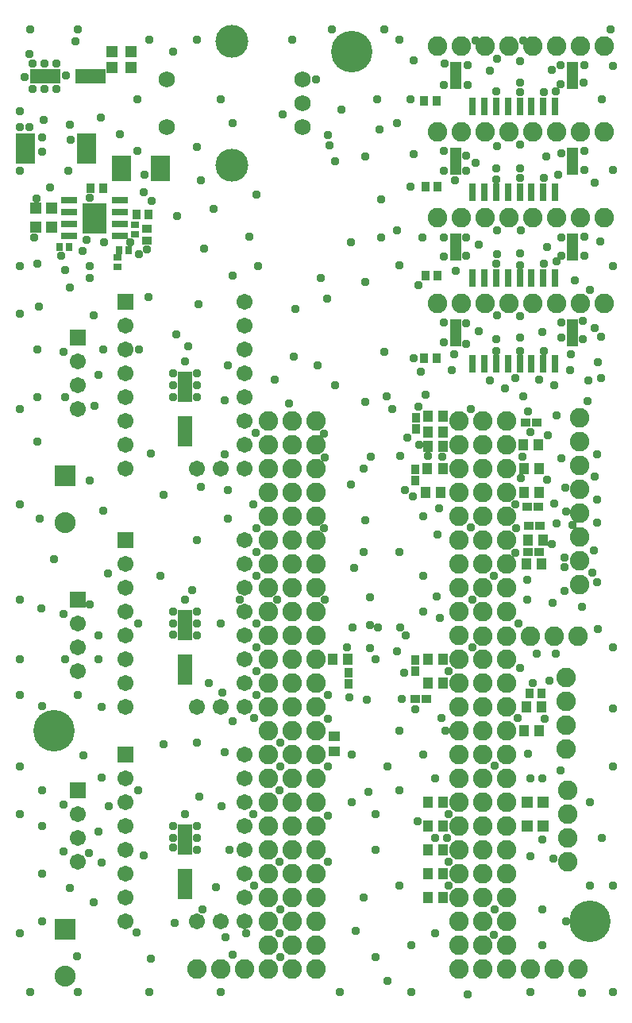
<source format=gbr>
G04 EAGLE Gerber RS-274X export*
G75*
%MOMM*%
%FSLAX34Y34*%
%LPD*%
%INSoldermask Top*%
%IPPOS*%
%AMOC8*
5,1,8,0,0,1.08239X$1,22.5*%
G01*
G04 Define Apertures*
%ADD10R,1.603200X3.203200*%
%ADD11R,1.303200X1.203200*%
%ADD12C,1.711200*%
%ADD13R,1.711200X1.711200*%
%ADD14C,2.082800*%
%ADD15R,2.235200X2.235200*%
%ADD16C,2.235200*%
%ADD17R,1.001900X1.177100*%
%ADD18R,1.177100X1.001900*%
%ADD19C,1.727200*%
%ADD20C,3.505200*%
%ADD21R,1.663700X0.736600*%
%ADD22R,2.603200X3.303200*%
%ADD23R,0.738300X0.847200*%
%ADD24R,2.002600X3.332400*%
%ADD25R,1.103200X0.903200*%
%ADD26R,0.903200X1.103200*%
%ADD27R,0.847200X0.738300*%
%ADD28R,2.103119X2.702559*%
%ADD29R,1.203200X1.303200*%
%ADD30R,3.203200X1.603200*%
%ADD31R,0.803200X1.903200*%
%ADD32R,1.203200X3.003200*%
%ADD33R,0.943200X1.128200*%
%ADD34R,1.128200X0.943200*%
%ADD35C,0.959600*%
%ADD36C,4.419600*%
D10*
X-177800Y659000D03*
X-177800Y611000D03*
X-177800Y176400D03*
X-177800Y128400D03*
D11*
X186810Y190500D03*
X203810Y190500D03*
D12*
X-114300Y266700D03*
X-114300Y241300D03*
X-114300Y215900D03*
X-114300Y190500D03*
X-114300Y165100D03*
X-114300Y139700D03*
X-114300Y114300D03*
X-114300Y88900D03*
D13*
X-241300Y266700D03*
D12*
X-241300Y241300D03*
X-241300Y215900D03*
X-241300Y190500D03*
X-241300Y165100D03*
X-241300Y139700D03*
X-241300Y114300D03*
X-241300Y88900D03*
X-139700Y88900D03*
X-165100Y88900D03*
X-114300Y749300D03*
X-114300Y723900D03*
X-114300Y698500D03*
X-114300Y673100D03*
X-114300Y647700D03*
X-114300Y622300D03*
X-114300Y596900D03*
X-114300Y571500D03*
D13*
X-241300Y749300D03*
D12*
X-241300Y723900D03*
X-241300Y698500D03*
X-241300Y673100D03*
X-241300Y647700D03*
X-241300Y622300D03*
X-241300Y596900D03*
X-241300Y571500D03*
X-139700Y571500D03*
X-165100Y571500D03*
D14*
X-88900Y622300D03*
X-63500Y622300D03*
X-88900Y596900D03*
X-63500Y596900D03*
X-88900Y571500D03*
X-63500Y571500D03*
X-88900Y546100D03*
X-63500Y546100D03*
X-88900Y520700D03*
X-63500Y520700D03*
X-88900Y495300D03*
X-63500Y495300D03*
X-88900Y469900D03*
X-63500Y469900D03*
X-88900Y444500D03*
X-63500Y444500D03*
X-88900Y419100D03*
X-63500Y419100D03*
X-88900Y393700D03*
X-63500Y393700D03*
X165100Y419100D03*
X139700Y419100D03*
X165100Y444500D03*
X139700Y444500D03*
X165100Y469900D03*
X139700Y469900D03*
X165100Y495300D03*
X139700Y495300D03*
X165100Y520700D03*
X139700Y520700D03*
X165100Y546100D03*
X139700Y546100D03*
X165100Y571500D03*
X139700Y571500D03*
X165100Y596900D03*
X139700Y596900D03*
X165100Y622300D03*
X139700Y622300D03*
X-165100Y38100D03*
X-139700Y38100D03*
X-114300Y38100D03*
X-88900Y38100D03*
X-63500Y38100D03*
D15*
X-306070Y563920D03*
D16*
X-306070Y513920D03*
D14*
X243151Y625818D03*
X243151Y600418D03*
X243151Y575018D03*
X243151Y549618D03*
X243151Y524218D03*
X243151Y498818D03*
X243151Y473418D03*
X243151Y448018D03*
X139700Y393192D03*
X165100Y393192D03*
X190500Y393192D03*
X215900Y393192D03*
X241300Y393192D03*
X139700Y38608D03*
X165100Y38608D03*
X190500Y38608D03*
X215900Y38608D03*
X241300Y38608D03*
D15*
X-306070Y80480D03*
D16*
X-306070Y30480D03*
D14*
X165100Y63500D03*
X165100Y88900D03*
X165100Y114300D03*
X165100Y139700D03*
X165100Y165100D03*
X165100Y190500D03*
X165100Y215900D03*
X165100Y241300D03*
X165100Y266700D03*
X165100Y292100D03*
X165100Y317500D03*
X165100Y342900D03*
X165100Y368300D03*
X139700Y368300D03*
X139700Y342900D03*
X139700Y317500D03*
X139700Y292100D03*
X139700Y266700D03*
X139700Y241300D03*
X139700Y215900D03*
X139700Y190500D03*
X139700Y165100D03*
X139700Y139700D03*
X139700Y114300D03*
X139700Y88900D03*
X139700Y63500D03*
X-88900Y368300D03*
X-63500Y368300D03*
X-88900Y342900D03*
X-63500Y342900D03*
X-88900Y317500D03*
X-63500Y317500D03*
X-88900Y292100D03*
X-63500Y292100D03*
X-88900Y266700D03*
X-63500Y266700D03*
X-88900Y241300D03*
X-63500Y241300D03*
X-88900Y215900D03*
X-63500Y215900D03*
X-88900Y190500D03*
X-63500Y190500D03*
X-88900Y165100D03*
X-63500Y165100D03*
X-88900Y139700D03*
X-63500Y139700D03*
D17*
X97052Y215900D03*
X80748Y215900D03*
X97052Y190500D03*
X80748Y190500D03*
X97052Y139700D03*
X80748Y139700D03*
D18*
X-19050Y269978D03*
X-19050Y286282D03*
D19*
X-53030Y961390D03*
X-197810Y986790D03*
D20*
X-127960Y1027430D03*
X-127960Y895350D03*
D19*
X-197810Y935990D03*
X-53030Y986790D03*
X-53030Y935990D03*
D14*
X-38100Y368300D03*
X-38100Y342900D03*
X-38100Y317500D03*
X-38100Y292100D03*
X-38100Y266700D03*
X-38100Y241300D03*
X-38100Y215900D03*
X-38100Y190500D03*
X-38100Y165100D03*
X-38100Y139700D03*
X-38100Y114300D03*
X-38100Y88900D03*
X-38100Y63500D03*
X-38100Y38100D03*
X114300Y368300D03*
X114300Y342900D03*
X114300Y317500D03*
X114300Y292100D03*
X114300Y266700D03*
X114300Y241300D03*
X114300Y215900D03*
X114300Y190500D03*
X114300Y165100D03*
X114300Y139700D03*
X114300Y114300D03*
X114300Y88900D03*
X114300Y63500D03*
X114300Y38100D03*
X114300Y419100D03*
X114300Y444500D03*
X114300Y469900D03*
X114300Y495300D03*
X114300Y520700D03*
X114300Y546100D03*
X114300Y571500D03*
X114300Y596900D03*
X114300Y622300D03*
X-38100Y622300D03*
X-38100Y596900D03*
X-38100Y571500D03*
X-38100Y546100D03*
X-38100Y520700D03*
X-38100Y495300D03*
X-38100Y469900D03*
X-38100Y444500D03*
X-38100Y419100D03*
X-38100Y393700D03*
X114300Y393700D03*
D11*
X186810Y215900D03*
X203810Y215900D03*
D17*
X80748Y368300D03*
X97052Y368300D03*
X80748Y342900D03*
X97052Y342900D03*
X-4548Y368300D03*
X-20852Y368300D03*
X80541Y571500D03*
X96845Y571500D03*
X202462Y317500D03*
X186158Y317500D03*
X198652Y596900D03*
X182348Y596900D03*
X80748Y627380D03*
X97052Y627380D03*
X97052Y165100D03*
X80748Y165100D03*
D14*
X-88900Y63500D03*
X-63500Y63500D03*
X-88900Y114300D03*
X-63500Y114300D03*
D17*
X202462Y469900D03*
X186158Y469900D03*
X203732Y495300D03*
X187428Y495300D03*
X199922Y546100D03*
X183618Y546100D03*
X199922Y571500D03*
X183618Y571500D03*
X81053Y595630D03*
X97357Y595630D03*
X199922Y292100D03*
X183618Y292100D03*
X78487Y546379D03*
X94791Y546379D03*
X80748Y610870D03*
X97052Y610870D03*
D21*
X-301739Y857579D03*
X-301739Y844879D03*
X-301739Y832179D03*
X-301739Y819479D03*
X-247257Y819479D03*
X-247257Y832179D03*
X-247257Y844879D03*
X-247257Y857579D03*
D22*
X-274498Y838529D03*
D11*
X-319945Y828673D03*
X-336945Y828673D03*
X-319765Y849103D03*
X-336765Y849103D03*
D23*
X-311930Y808049D03*
X-301780Y808049D03*
D24*
X-283330Y912487D03*
X-348160Y912487D03*
D25*
X-218896Y814249D03*
X-218896Y827249D03*
D26*
X-229535Y842339D03*
X-216535Y842339D03*
D27*
X-231400Y821250D03*
X-231400Y831400D03*
D23*
X-238280Y804239D03*
X-248430Y804239D03*
D27*
X-249500Y796614D03*
X-249500Y786464D03*
D28*
X-245417Y891772D03*
X-204422Y891772D03*
D26*
X-278385Y870279D03*
X-265385Y870279D03*
D29*
X-235735Y998939D03*
X-235735Y1015939D03*
X-256055Y998939D03*
X-256055Y1015939D03*
D30*
X-327045Y989965D03*
X-279045Y989965D03*
D17*
X97052Y114300D03*
X80748Y114300D03*
D14*
X229870Y152400D03*
X229870Y177800D03*
X229870Y203200D03*
X229870Y228600D03*
X228600Y273050D03*
X228600Y298450D03*
X228600Y323850D03*
X228600Y349250D03*
X91440Y1022350D03*
X116840Y1022350D03*
X142240Y1022350D03*
X167640Y1022350D03*
X193040Y1022350D03*
X218440Y1022350D03*
X243840Y1022350D03*
X269240Y1022350D03*
X91440Y930910D03*
X116840Y930910D03*
X142240Y930910D03*
X167640Y930910D03*
X193040Y930910D03*
X218440Y930910D03*
X243840Y930910D03*
X269240Y930910D03*
X91440Y839470D03*
X116840Y839470D03*
X142240Y839470D03*
X167640Y839470D03*
X193040Y839470D03*
X218440Y839470D03*
X243840Y839470D03*
X269240Y839470D03*
X90969Y748030D03*
X116369Y748030D03*
X141769Y748030D03*
X167169Y748030D03*
X192569Y748030D03*
X217969Y748030D03*
X243369Y748030D03*
X268769Y748030D03*
D31*
X178970Y957580D03*
X191470Y957580D03*
X203970Y957580D03*
X216470Y957580D03*
X166470Y957580D03*
X153970Y957580D03*
X141470Y957580D03*
X128970Y957580D03*
D32*
X234970Y991080D03*
X110470Y991080D03*
D31*
X178970Y866140D03*
X191470Y866140D03*
X203970Y866140D03*
X216470Y866140D03*
X166470Y866140D03*
X153970Y866140D03*
X141470Y866140D03*
X128970Y866140D03*
D32*
X234970Y899640D03*
X110470Y899640D03*
D31*
X178970Y774700D03*
X191470Y774700D03*
X203970Y774700D03*
X216470Y774700D03*
X166470Y774700D03*
X153970Y774700D03*
X141470Y774700D03*
X128970Y774700D03*
D32*
X234970Y808200D03*
X110470Y808200D03*
D31*
X178970Y683260D03*
X191470Y683260D03*
X203970Y683260D03*
X216470Y683260D03*
X166470Y683260D03*
X153970Y683260D03*
X141470Y683260D03*
X128970Y683260D03*
D32*
X234970Y716760D03*
X110470Y716760D03*
D12*
X-114300Y495300D03*
X-114300Y469900D03*
X-114300Y444500D03*
X-114300Y419100D03*
X-114300Y393700D03*
X-114300Y368300D03*
X-114300Y342900D03*
X-114300Y317500D03*
D13*
X-241300Y495300D03*
D12*
X-241300Y469900D03*
X-241300Y444500D03*
X-241300Y419100D03*
X-241300Y393700D03*
X-241300Y368300D03*
X-241300Y342900D03*
X-241300Y317500D03*
X-139700Y317500D03*
X-165100Y317500D03*
D10*
X-177800Y405000D03*
X-177800Y357000D03*
D14*
X-88900Y88900D03*
X-63500Y88900D03*
D26*
X90320Y963930D03*
X77320Y963930D03*
X91590Y872490D03*
X78590Y872490D03*
X91590Y777240D03*
X78590Y777240D03*
X90320Y689610D03*
X77320Y689610D03*
D33*
X67310Y355950D03*
X67310Y367950D03*
D34*
X67660Y326390D03*
X79660Y326390D03*
D33*
X-3208Y341980D03*
X-3208Y353980D03*
X67310Y558614D03*
X67310Y570614D03*
D26*
X189240Y332204D03*
X202240Y332204D03*
D34*
X185383Y621030D03*
X197383Y621030D03*
D33*
X68580Y613760D03*
X68580Y625760D03*
D34*
X187776Y482600D03*
X199776Y482600D03*
X188310Y510540D03*
X200310Y510540D03*
X187040Y530860D03*
X199040Y530860D03*
D13*
X-292100Y228600D03*
D12*
X-292100Y203200D03*
X-292100Y177800D03*
X-292100Y152400D03*
D13*
X-292100Y431800D03*
D12*
X-292100Y406400D03*
X-292100Y381000D03*
X-292100Y355600D03*
D13*
X-292100Y711200D03*
D12*
X-292100Y685800D03*
X-292100Y660400D03*
X-292100Y635000D03*
D35*
X-279400Y558800D03*
X50800Y228600D03*
X25400Y165100D03*
X25400Y50800D03*
X-226845Y800429D03*
X190500Y158270D03*
X217170Y974090D03*
X179070Y982980D03*
X179070Y891540D03*
X153670Y891540D03*
X219710Y885190D03*
X218440Y792480D03*
X179070Y801370D03*
X154940Y800100D03*
X179070Y711200D03*
X153670Y709930D03*
X233680Y693420D03*
X266700Y965200D03*
X187960Y267970D03*
X-279400Y774700D03*
X-26670Y753110D03*
X-165100Y1028700D03*
X34290Y695960D03*
X-217170Y754380D03*
X278158Y381000D03*
X278158Y127000D03*
X278158Y254000D03*
X-74051Y949452D03*
X-33382Y774700D03*
X-228600Y965200D03*
X-279400Y787400D03*
X-25400Y927100D03*
X-101600Y863600D03*
X50800Y1028700D03*
X-177800Y203200D03*
X-135890Y586740D03*
X-165100Y279400D03*
D36*
X254000Y88900D03*
D35*
X222730Y250190D03*
X258914Y876300D03*
X-321898Y871351D03*
X-23591Y916209D03*
X31270Y858520D03*
X31270Y817880D03*
X47978Y939800D03*
X47978Y825500D03*
X-159230Y101600D03*
X203200Y241300D03*
X190500Y241300D03*
X254000Y215900D03*
X266700Y177800D03*
X254000Y127000D03*
X228600Y88900D03*
X203200Y63500D03*
X203200Y101600D03*
X50800Y127000D03*
X12700Y114300D03*
X25400Y203200D03*
X270Y266700D03*
X-25400Y330200D03*
X-25400Y304800D03*
X50800Y292100D03*
X53340Y326390D03*
X25400Y368300D03*
X38100Y254000D03*
X76200Y266700D03*
X88900Y241300D03*
X99596Y292100D03*
X88900Y76200D03*
X63500Y63500D03*
X38100Y25400D03*
X-12700Y13942D03*
X-139700Y13942D03*
X190500Y13942D03*
X63500Y13942D03*
X278158Y13942D03*
X-215900Y13942D03*
X-292100Y13942D03*
X-342900Y13942D03*
X-330200Y88900D03*
X-330200Y139700D03*
X-330200Y190500D03*
X-330200Y228600D03*
X-354358Y203200D03*
X-354358Y254000D03*
X-354358Y76200D03*
X-354358Y736600D03*
X-354358Y635000D03*
X-354358Y533400D03*
X-354358Y431800D03*
X-354358Y368300D03*
X-354358Y330200D03*
X-354358Y787400D03*
X-354358Y952500D03*
X-342900Y1040158D03*
X-292100Y1040158D03*
X-215900Y1028700D03*
X-190500Y1016000D03*
X-127000Y939800D03*
X-139700Y965200D03*
X-165100Y914400D03*
X-63500Y1028700D03*
X17780Y227330D03*
X91440Y501650D03*
X90170Y435610D03*
X92710Y529590D03*
X76200Y520700D03*
X76200Y457200D03*
X76200Y419100D03*
X12700Y482600D03*
X199390Y666750D03*
X182880Y648970D03*
X232410Y676910D03*
X218440Y628650D03*
X208280Y560070D03*
X174227Y481567D03*
X175260Y508000D03*
X186690Y453390D03*
X186690Y431800D03*
X93980Y412750D03*
X128270Y431800D03*
X251460Y643890D03*
X278158Y316230D03*
X278158Y787400D03*
X278130Y890270D03*
X278158Y1000760D03*
X275590Y1040158D03*
X34290Y1040158D03*
X-21590Y1040158D03*
X110490Y782320D03*
X50800Y788670D03*
X74930Y817880D03*
X62230Y872490D03*
X66040Y906780D03*
X132080Y897890D03*
X208280Y807720D03*
X207010Y904240D03*
X109220Y693420D03*
X203200Y717550D03*
X237490Y772160D03*
X209222Y607060D03*
X-67310Y641350D03*
X-132080Y548640D03*
X-132080Y518160D03*
X-127000Y302260D03*
X-138430Y332740D03*
X-135890Y269240D03*
X-162560Y222250D03*
X-170180Y441960D03*
X-266700Y317500D03*
X-292100Y330200D03*
X-331470Y422910D03*
X-330200Y318770D03*
X-317500Y474980D03*
X-275590Y109220D03*
X-300990Y124460D03*
X-259080Y212090D03*
X-270510Y368300D03*
X-270510Y393700D03*
X-265430Y698500D03*
X-275590Y735330D03*
X-300990Y938530D03*
X-302260Y889000D03*
X-222250Y866140D03*
X-228600Y910590D03*
X-267970Y946150D03*
X-287020Y803910D03*
X-264160Y812800D03*
X-218440Y805180D03*
X-213360Y857250D03*
X-220980Y885190D03*
X-299720Y922020D03*
X-328930Y943610D03*
X-330200Y909320D03*
X-294640Y1027430D03*
X-304800Y990600D03*
X-344170Y1013460D03*
X-247650Y928370D03*
X-161290Y878840D03*
X-186690Y840740D03*
X-109220Y819150D03*
X-127000Y777240D03*
X-157480Y806450D03*
X-163830Y746760D03*
X-36830Y681990D03*
X-100330Y787400D03*
X193040Y342900D03*
X196850Y374650D03*
X179070Y359410D03*
X99060Y1003300D03*
X213360Y996950D03*
X121920Y704850D03*
X121920Y726440D03*
X223520Y727710D03*
X223520Y711200D03*
X247650Y819150D03*
X247650Y798830D03*
X223520Y798830D03*
X223520Y817880D03*
X121920Y817880D03*
X121920Y798830D03*
X121920Y889000D03*
X121920Y905510D03*
X247650Y910590D03*
X247650Y890270D03*
X223520Y908050D03*
X247650Y1002030D03*
X222250Y1002030D03*
X222250Y981710D03*
X123824Y980440D03*
X123269Y1001475D03*
X-344170Y935990D03*
X-354358Y935990D03*
X-354358Y889000D03*
X-330200Y924560D03*
X-283210Y815340D03*
X-279400Y860473D03*
X-236220Y812800D03*
X204470Y881380D03*
X179070Y881380D03*
X153670Y880110D03*
X153670Y974090D03*
X179070Y972820D03*
X204470Y972820D03*
X204470Y789940D03*
X179070Y788670D03*
X153670Y789940D03*
X204470Y697230D03*
X179070Y697230D03*
X153670Y697230D03*
X97799Y727710D03*
X109700Y878840D03*
X98270Y980440D03*
X97799Y706266D03*
X98420Y889000D03*
X98420Y910590D03*
X98420Y797560D03*
X98420Y817880D03*
X62230Y965200D03*
X66040Y1007110D03*
X71120Y767080D03*
X13970Y516890D03*
X13970Y642620D03*
X13970Y770890D03*
X13970Y904240D03*
X310Y402590D03*
X-30005Y508000D03*
X-10891Y954309D03*
X67376Y314960D03*
X56641Y548640D03*
X71754Y597098D03*
X-2380Y327660D03*
X16360Y325120D03*
X19182Y434340D03*
X-960Y554990D03*
X-960Y812800D03*
X173990Y533400D03*
X213032Y491490D03*
X58749Y604586D03*
X64770Y542290D03*
X227073Y476865D03*
X252052Y665480D03*
X213652Y428178D03*
X226670Y441197D03*
X226499Y466425D03*
X256744Y460636D03*
X223520Y582930D03*
X-269862Y671208D03*
X-274281Y638849D03*
X-279254Y426636D03*
X-266700Y151660D03*
X-280515Y161925D03*
X-270637Y185067D03*
X262409Y400531D03*
X-286387Y266063D03*
X-165100Y495300D03*
X-139700Y406400D03*
X12700Y571500D03*
X-59860Y741680D03*
X66040Y689300D03*
X-29608Y609202D03*
X-28973Y583167D03*
X-29210Y431800D03*
X2540Y466090D03*
X-82578Y666750D03*
X-25400Y152400D03*
X-25400Y201930D03*
X-25400Y254000D03*
X-139220Y212090D03*
X270Y215900D03*
X-266700Y242570D03*
X-260350Y459740D03*
X-265430Y527050D03*
X-227330Y698500D03*
X154940Y735330D03*
X179070Y734060D03*
X154940Y825500D03*
X180340Y825500D03*
X154940Y915670D03*
X179070Y916940D03*
X154940Y1008380D03*
X179070Y1005840D03*
X102870Y152400D03*
X102870Y127000D03*
X101600Y177800D03*
X102870Y203200D03*
X95250Y306070D03*
X102870Y355600D03*
X177800Y406400D03*
X214630Y156210D03*
X-105410Y533400D03*
X-102870Y609600D03*
X-132080Y681990D03*
X-101600Y355600D03*
X-101600Y330200D03*
X-101600Y381000D03*
X-101600Y406400D03*
X-119767Y431800D03*
X-101600Y482600D03*
X-101600Y457200D03*
X-101600Y508000D03*
X-204244Y457200D03*
X-227556Y406400D03*
X-227556Y228600D03*
X-229991Y77244D03*
X-188608Y87008D03*
X-165100Y190500D03*
X-165100Y177800D03*
X-165100Y165100D03*
X-190500Y177800D03*
X-190500Y190500D03*
X-165100Y393700D03*
X-165100Y406400D03*
X-165100Y419100D03*
X-190500Y419100D03*
X-190500Y406400D03*
X-177800Y431800D03*
X-165100Y647700D03*
X-165100Y660400D03*
X-165100Y673100D03*
X-190500Y673100D03*
X-190500Y660400D03*
X-190500Y647700D03*
X-177800Y685800D03*
X-187191Y714509D03*
X-174971Y702289D03*
X-221602Y159398D03*
X-190500Y167640D03*
X-190500Y394970D03*
X-314960Y1003300D03*
X-327660Y1003300D03*
X-340360Y1003300D03*
X-340360Y976630D03*
X-327660Y976630D03*
X-314960Y976630D03*
X-349278Y989330D03*
X247470Y983160D03*
X182344Y1027712D03*
X131544Y1027712D03*
X26642Y965200D03*
X146928Y995680D03*
X264677Y814070D03*
X265768Y712470D03*
X265768Y668460D03*
X261196Y587180D03*
X261196Y538480D03*
X261196Y514058D03*
X235056Y511518D03*
X261196Y450943D03*
X262252Y685112D03*
X246126Y709930D03*
X246126Y728980D03*
X216079Y660221D03*
X18928Y405130D03*
X36830Y648562D03*
X106680Y676502D03*
X73660Y675232D03*
X51054Y482600D03*
X217780Y374040D03*
X135636Y717730D03*
X258898Y563145D03*
X258194Y484586D03*
X215436Y534461D03*
X135148Y810260D03*
X190172Y610870D03*
X228447Y525973D03*
X227330Y551180D03*
X188139Y632281D03*
X43004Y635176D03*
X127000Y635424D03*
X78740Y650608D03*
X163501Y656919D03*
X174296Y667714D03*
X147320Y665480D03*
X71120Y637540D03*
X176530Y306070D03*
X205740Y304800D03*
X210820Y345440D03*
X55880Y354330D03*
X48260Y377190D03*
X57150Y393700D03*
X128270Y381000D03*
X-80010Y431800D03*
X-105410Y203200D03*
X-130810Y165100D03*
X-161290Y552450D03*
X-214630Y588010D03*
X-200660Y543560D03*
X-200660Y278130D03*
X3810Y78740D03*
X29210Y933450D03*
X-17780Y899160D03*
X-147320Y848360D03*
X-76200Y50800D03*
X-77470Y76200D03*
X-76200Y101600D03*
X-113030Y76054D03*
X-77470Y152400D03*
X-77470Y228600D03*
X-76200Y254000D03*
X-76200Y279400D03*
X-104140Y306070D03*
X181610Y584200D03*
X127000Y509270D03*
X151130Y457200D03*
X245110Y424180D03*
X152400Y255270D03*
X203200Y176530D03*
X245110Y12700D03*
X123190Y11402D03*
X-62230Y690880D03*
X-17780Y660400D03*
X-332740Y518160D03*
X-339090Y817880D03*
X-336550Y859790D03*
X-301018Y764540D03*
X-306083Y783577D03*
X-335280Y600710D03*
X-335280Y789940D03*
X-335280Y698500D03*
X-335280Y647700D03*
X-334010Y744220D03*
X-309893Y798817D03*
X-134633Y72377D03*
X-307340Y416560D03*
X-306070Y368300D03*
X-307340Y213360D03*
X-307340Y163830D03*
X-307340Y695960D03*
X-306070Y647700D03*
X151130Y74930D03*
X152400Y101600D03*
X180340Y561325D03*
X-38100Y986790D03*
X-214630Y49530D03*
X-127000Y53340D03*
X-293370Y52070D03*
X-104140Y127000D03*
X-144780Y125730D03*
X-152400Y342900D03*
X51561Y402590D03*
X-135752Y644533D03*
X28016Y401876D03*
X-5532Y380734D03*
X19182Y380500D03*
X20320Y584200D03*
X96520Y584200D03*
X81280Y585455D03*
X51561Y585470D03*
X254000Y762000D03*
X258770Y721669D03*
X218287Y513080D03*
X88900Y177800D03*
X69850Y195580D03*
D36*
X0Y1016000D03*
X-317500Y292100D03*
M02*

</source>
